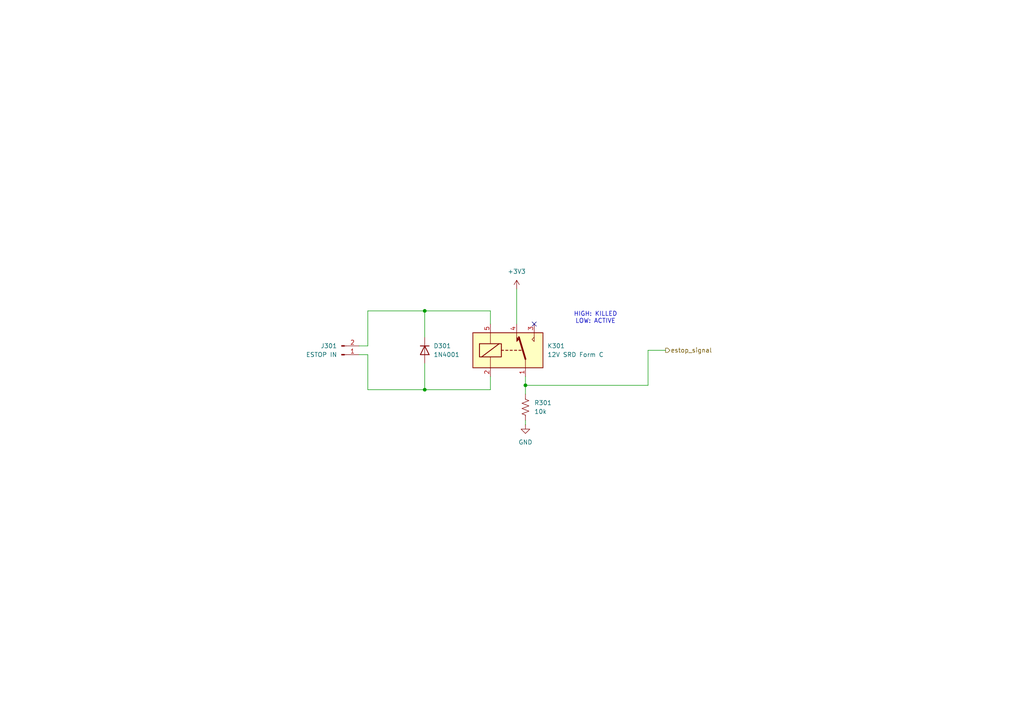
<source format=kicad_sch>
(kicad_sch (version 20250114) (generator "eeschema") (generator_version "9.0")
  (paper "A4")
  (lib_symbols
    (symbol "Connector:Conn_01x02_Pin" (pin_names (offset 1.016) (hide yes))
      (property "Reference" "J" (at 0 2.54 0))
      (property "Value" "Conn_01x02_Pin" (at 0 -5.08 0))
      (symbol "Conn_01x02_Pin_1_1"
        (rectangle (start 0.8636 0.127) (end 0 -0.127) (stroke (width 0.1524)) (fill (type outline)))
        (rectangle (start 0.8636 -2.413) (end 0 -2.667) (stroke (width 0.1524)) (fill (type outline)))
        (polyline (pts (xy 1.27 0) (xy 0.8636 0)) (stroke (width 0.1524)))
        (polyline (pts (xy 1.27 -2.54) (xy 0.8636 -2.54)) (stroke (width 0.1524)))
        (pin passive line (at 5.08 0 180) (length 3.81) (name "Pin_1") (number "1"))
        (pin passive line (at 5.08 -2.54 180) (length 3.81) (name "Pin_2") (number "2"))
      )
    )
    (symbol "Device:R_US" (pin_numbers (hide yes)) (pin_names (offset 0))
      (property "Reference" "R" (at 2.54 0 90))
      (property "Value" "R_US" (at -2.54 0 90))
      (symbol "R_US_0_1"
        (polyline (pts (xy 0 2.286) (xy 0 2.54)))
        (polyline (pts (xy 0 2.286) (xy 1.016 1.905) (xy 0 1.524) (xy -1.016 1.143) (xy 0 0.762)))
        (polyline (pts (xy 0 0.762) (xy 1.016 0.381) (xy 0 0) (xy -1.016 -0.381) (xy 0 -0.762)))
        (polyline (pts (xy 0 -0.762) (xy 1.016 -1.143) (xy 0 -1.524) (xy -1.016 -1.905) (xy 0 -2.286)))
        (polyline (pts (xy 0 -2.286) (xy 0 -2.54)))
      )
      (symbol "R_US_1_1"
        (pin passive line (at 0 3.81 270) (length 1.27) (name "~") (number "1"))
        (pin passive line (at 0 -3.81 90) (length 1.27) (name "~") (number "2"))
      )
    )
    (symbol "Diode:1N4001" (pin_numbers (hide yes)) (pin_names (hide yes))
      (property "Reference" "D" (at 0 2.54 0))
      (property "Value" "1N4001" (at 0 -2.54 0))
      (symbol "1N4001_0_1"
        (polyline (pts (xy -1.27 1.27) (xy -1.27 -1.27)) (stroke (width 0.254)))
        (polyline (pts (xy 1.27 1.27) (xy 1.27 -1.27) (xy -1.27 0) (xy 1.27 1.27)) (stroke (width 0.254)))
        (polyline (pts (xy 1.27 0) (xy -1.27 0)))
      )
      (symbol "1N4001_1_1"
        (pin passive line (at -3.81 0 0) (length 2.54) (name "K") (number "1"))
        (pin passive line (at 3.81 0 180) (length 2.54) (name "A") (number "2"))
      )
    )
    (symbol "Relay:SANYOU_SRD_Form_C"
      (property "Reference" "K" (at 11.43 3.81 0))
      (property "Value" "SANYOU_SRD_Form_C" (at 11.43 1.27 0))
      (symbol "SANYOU_SRD_Form_C_0_0"
        (polyline (pts (xy 7.62 5.08) (xy 7.62 2.54) (xy 6.985 3.175) (xy 7.62 3.81)))
      )
      (symbol "SANYOU_SRD_Form_C_0_1"
        (rectangle (start -10.16 5.08) (end 10.16 -5.08) (stroke (width 0.254)) (fill (type background)))
        (rectangle (start -8.255 1.905) (end -1.905 -1.905) (stroke (width 0.254)))
        (polyline (pts (xy -7.62 -1.905) (xy -2.54 1.905)) (stroke (width 0.254)))
        (polyline (pts (xy -5.08 5.08) (xy -5.08 1.905)))
        (polyline (pts (xy -5.08 -5.08) (xy -5.08 -1.905)))
        (polyline (pts (xy -1.905 0) (xy -1.27 0)) (stroke (width 0.254)))
        (polyline (pts (xy -0.635 0) (xy 0 0)) (stroke (width 0.254)))
        (polyline (pts (xy 0.635 0) (xy 1.27 0)) (stroke (width 0.254)))
        (polyline (pts (xy 1.905 0) (xy 2.54 0)) (stroke (width 0.254)))
        (polyline (pts (xy 3.175 0) (xy 3.81 0)) (stroke (width 0.254)))
        (polyline (pts (xy 5.08 -2.54) (xy 3.175 3.81)) (stroke (width 0.508)))
        (polyline (pts (xy 5.08 -2.54) (xy 5.08 -5.08)))
      )
      (symbol "SANYOU_SRD_Form_C_1_1"
        (polyline (pts (xy 2.54 3.81) (xy 3.175 3.175) (xy 2.54 2.54) (xy 2.54 5.08)) (fill (type outline)))
        (pin passive line (at -5.08 7.62 270) (length 2.54) (name "~") (number "5"))
        (pin passive line (at -5.08 -7.62 90) (length 2.54) (name "~") (number "2"))
        (pin passive line (at 2.54 7.62 270) (length 2.54) (name "~") (number "4"))
        (pin passive line (at 5.08 -7.62 90) (length 2.54) (name "~") (number "1"))
        (pin passive line (at 7.62 7.62 270) (length 2.54) (name "~") (number "3"))
      )
    )
    (symbol "power:+3V3" (power) (pin_numbers (hide yes)) (pin_names (offset 0) (hide yes))
      (property "Value" "+3V3" (at 0 3.556 0))
      (symbol "+3V3_0_1"
        (polyline (pts (xy -0.762 1.27) (xy 0 2.54)))
        (polyline (pts (xy 0 2.54) (xy 0.762 1.27)))
        (polyline (pts (xy 0 0) (xy 0 2.54)))
      )
      (symbol "+3V3_1_1"
        (pin power_in line (at 0 0 90) (length 0) (name "~") (number "1"))
      )
    )
    (symbol "power:GND" (power) (pin_numbers (hide yes)) (pin_names (offset 0) (hide yes))
      (property "Value" "GND" (at 0 -3.81 0))
      (symbol "GND_0_1"
        (polyline (pts (xy 0 0) (xy 0 -1.27) (xy 1.27 -1.27) (xy 0 -2.54) (xy -1.27 -1.27) (xy 0 -1.27)))
      )
      (symbol "GND_1_1"
        (pin power_in line (at 0 0 270) (length 0) (name "~") (number "1"))
      )
    )
  )
  (text "HIGH: KILLED\nLOW: ACTIVE" (at 172.72 92.202 0) (effects (font (size 1.27 1.27))))
  (junction (at 123.19 90.17))
  (junction (at 123.19 113.03))
  (junction (at 152.4 111.76))
  (no_connect (at 154.94 93.98))
  (wire (pts (xy 142.24 113.03) (xy 142.24 109.22)))
  (wire (pts (xy 149.86 83.82) (xy 149.86 93.98)))
  (wire (pts (xy 152.4 111.76) (xy 187.96 111.76)))
  (wire (pts (xy 106.68 102.87) (xy 106.68 113.03)))
  (wire (pts (xy 123.19 113.03) (xy 142.24 113.03)))
  (wire (pts (xy 123.19 90.17) (xy 123.19 97.79)))
  (wire (pts (xy 152.4 121.92) (xy 152.4 123.19)))
  (wire (pts (xy 106.68 113.03) (xy 123.19 113.03)))
  (wire (pts (xy 106.68 90.17) (xy 123.19 90.17)))
  (wire (pts (xy 123.19 105.41) (xy 123.19 113.03)))
  (wire (pts (xy 123.19 90.17) (xy 142.24 90.17)))
  (wire (pts (xy 104.14 100.33) (xy 106.68 100.33)))
  (wire (pts (xy 152.4 109.22) (xy 152.4 111.76)))
  (wire (pts (xy 104.14 102.87) (xy 106.68 102.87)))
  (wire (pts (xy 152.4 111.76) (xy 152.4 114.3)))
  (wire (pts (xy 106.68 90.17) (xy 106.68 100.33)))
  (wire (pts (xy 187.96 101.6) (xy 193.04 101.6)))
  (wire (pts (xy 187.96 111.76) (xy 187.96 101.6)))
  (wire (pts (xy 142.24 93.98) (xy 142.24 90.17)))
  (hierarchical_label "estop_signal" (shape output) (at 193.04 101.6 0))
  (symbol (lib_id "Device:R_US") (at 152.4 118.11 0) (unit 1)
    (property "Reference" "R301" (at 154.94 116.8399 0) (effects (justify left)))
    (property "Value" "10k" (at 154.94 119.3799 0) (effects (justify left)))
    (property "Footprint" "Resistor_THT:R_Axial_DIN0207_L6.3mm_D2.5mm_P10.16mm_Horizontal" (effects (hide yes)))
    (property "Description" "Resistor, US symbol" (effects (hide yes)))
  )
  (symbol (lib_id "power:GND") (at 152.4 123.19 0) (unit 1)
    (property "Reference" "#PWR0301" (effects (hide yes)))
    (property "Value" "GND" (at 152.4 128.27 0))
    (property "Description" "Power symbol creates a global label with name \"GND\" , ground" (effects (hide yes)))
  )
  (symbol (lib_id "Diode:1N4001") (at 123.19 101.6 270) (unit 1)
    (property "Reference" "D301" (at 125.73 100.3299 90) (effects (justify left)))
    (property "Value" "1N4001" (at 125.73 102.8699 90) (effects (justify left)))
    (property "Footprint" "Diode_THT:D_DO-41_SOD81_P10.16mm_Horizontal" (effects (hide yes)))
    (property "Datasheet" "http://www.vishay.com/docs/88503/1n4001.pdf" (effects (hide yes)))
    (property "Description" "50V 1A General Purpose Rectifier Diode, DO-41" (effects (hide yes)))
    (property "Sim.Device" "D" (effects (hide yes)))
    (property "Sim.Pins" "1=K 2=A" (effects (hide yes)))
  )
  (symbol (lib_id "Connector:Conn_01x02_Pin") (at 99.06 102.87 0) (mirror x) (unit 1)
    (property "Reference" "J301" (at 97.79 100.3299 0) (effects (justify right)))
    (property "Value" "ESTOP IN" (at 97.79 102.8699 0) (effects (justify right)))
    (property "Footprint" "Connector_AMASS:AMASS_XT30PW-M_1x02_P2.50mm_Horizontal" (effects (hide yes)))
    (property "Description" "Generic connector, single row, 01x02, script generated" (effects (hide yes)))
  )
  (symbol (lib_id "Relay:SANYOU_SRD_Form_C") (at 147.32 101.6 0) (unit 1)
    (property "Reference" "K301" (at 158.75 100.3299 0) (effects (justify left)))
    (property "Value" "12V SRD Form C" (at 158.75 102.8699 0) (effects (justify left)))
    (property "Footprint" "Relay_THT:Relay_SPDT_SANYOU_SRD_Series_Form_C" (effects (hide yes)))
    (property "Datasheet" "http://www.sanyourelay.ca/public/products/pdf/SRD.pdf" (effects (hide yes)))
    (property "Description" "Sanyo SRD relay, Single Pole Miniature Power Relay," (effects (hide yes)))
  )
  (symbol (lib_id "power:+3V3") (at 149.86 83.82 0) (unit 1)
    (property "Reference" "#PWR0302" (effects (hide yes)))
    (property "Value" "+3V3" (at 149.86 78.74 0))
    (property "Description" "Power symbol creates a global label with name \"+3V3\"" (effects (hide yes)))
  )
)
</source>
